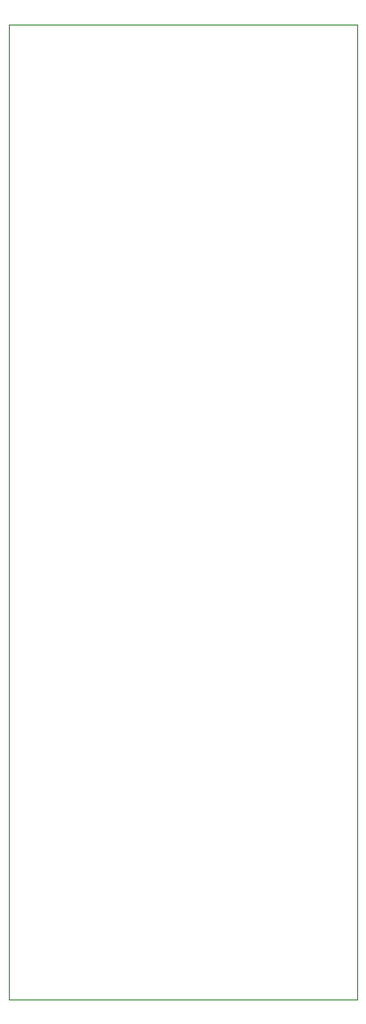
<source format=gbr>
%TF.GenerationSoftware,KiCad,Pcbnew,(6.0.1)*%
%TF.CreationDate,2022-09-28T06:53:29-04:00*%
%TF.ProjectId,SYNTH-PANEL5-01,53594e54-482d-4504-914e-454c352d3031,1*%
%TF.SameCoordinates,Original*%
%TF.FileFunction,Profile,NP*%
%FSLAX46Y46*%
G04 Gerber Fmt 4.6, Leading zero omitted, Abs format (unit mm)*
G04 Created by KiCad (PCBNEW (6.0.1)) date 2022-09-28 06:53:29*
%MOMM*%
%LPD*%
G01*
G04 APERTURE LIST*
%TA.AperFunction,Profile*%
%ADD10C,0.100000*%
%TD*%
G04 APERTURE END LIST*
D10*
X0Y0D02*
X30000000Y0D01*
X30000000Y0D02*
X30000000Y-84000000D01*
X30000000Y-84000000D02*
X0Y-84000000D01*
X0Y-84000000D02*
X0Y0D01*
M02*

</source>
